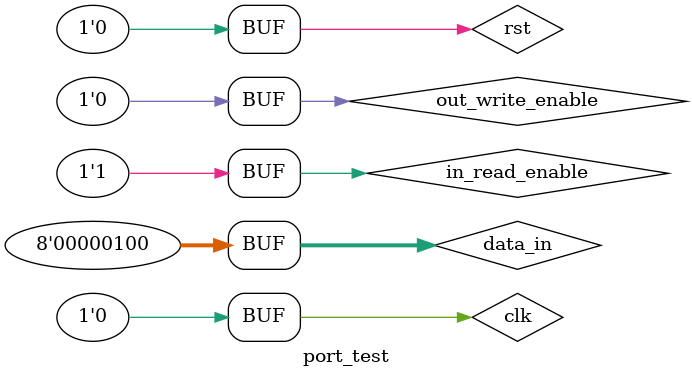
<source format=v>
module port_test
#(
    parameter BUFFER_LENGTH = 8,
    parameter LOG_BUFFER_LENGTH = 3,
    parameter WORD_WIDTH = 8
)
();
	reg clk = 0, rst = 0;
	reg[WORD_WIDTH - 1: 0] data_in;
	wire[WORD_WIDTH - 1: 0] data_middle, data_out;
	
	reg in_read_enable;
	reg out_write_enable;

	wire out_read_enable, out_empty, out_is_writing;
	wire in_write_enable, in_empty, in_is_writing;

	assign out_read_enable = in_empty;
	assign in_write_enable = out_is_writing;
	
	Port 
	#(
			.BUFFER_LENGTH(BUFFER_LENGTH),
			.LOG_BUFFER_LENGTH(LOG_BUFFER_LENGTH),
			.WORD_WIDTH(WORD_WIDTH)
	)
	output_port(
			.clk(clk),
			.rst(rst),
			.data_in(data_in),
			.read_enable(out_read_enable),
			.write_enable(out_write_enable),

			.data_out(data_middle),

			.empty(out_empty),
			.is_writing(out_is_writing)
	);

	Port
	#(
			.BUFFER_LENGTH(BUFFER_LENGTH),
			.LOG_BUFFER_LENGTH(LOG_BUFFER_LENGTH),
			.WORD_WIDTH(WORD_WIDTH)
	)
	input_port(
			.clk(clk),
			.rst(rst),
			.data_in(data_middle),
			.read_enable(in_read_enable),
			.write_enable(in_write_enable),

			.data_out(data_out),

			.empty(in_empty),
			.is_writing(in_is_writing)
	);

	initial begin
		in_read_enable = 0;
		
		#10 rst = 1;
		#10 rst = 0;

		#10 clk = 1;
		#10 clk = 0;
		#5 data_in = 8'b00000001;
		#0 out_write_enable = 1;
		#5 clk = 1;
		#10 clk = 0;
		
		#5 data_in = 8'b00000010;
		#5 clk = 1;
		#10 clk = 0;

		#5 data_in = 8'b00000011;
		#5 clk = 1;
		#10 clk = 0;

		#5 data_in = 8'b00000100;
		#5 clk = 1;
		#10 clk = 0;

		#5 out_write_enable = 0;
		#5 clk = 1;
		#10 clk = 0;

		#10 clk = 1;
		#10 clk = 0;
		#5 in_read_enable = 1;
		#5 clk = 1;
		#10 clk = 0;
		#10 clk = 1;
		#10 clk = 0;
		#10 clk = 1;
		#10 clk = 0;
		#10 clk = 1;
		#10 clk = 0;
		#10 clk = 1;
		#10 clk = 0;
		
	end

endmodule
</source>
